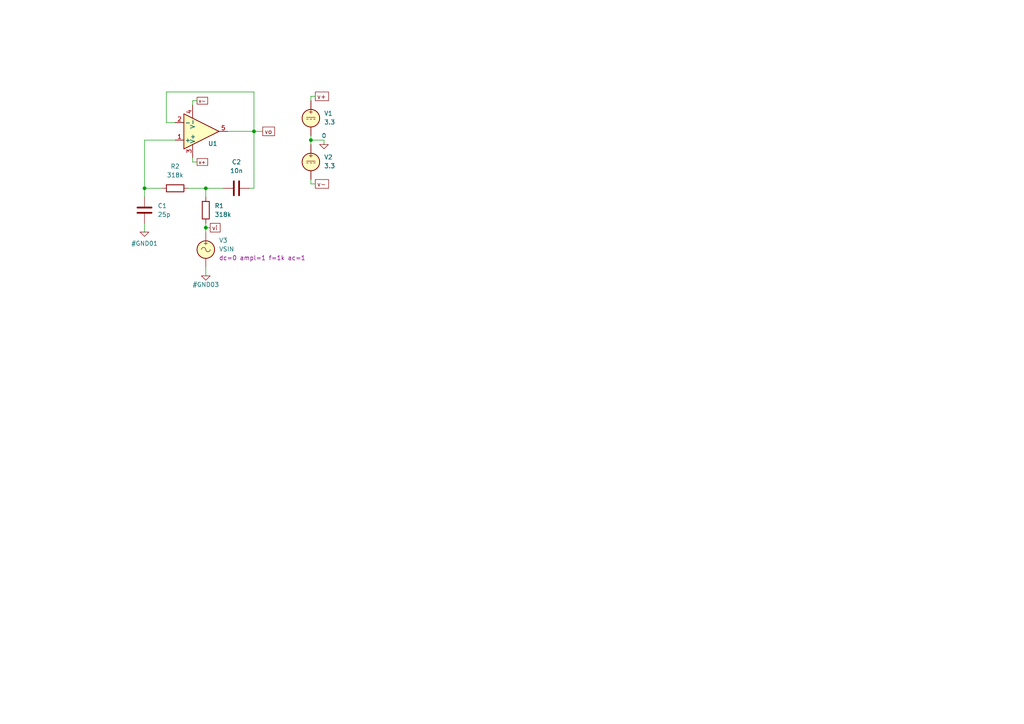
<source format=kicad_sch>
(kicad_sch (version 20250114) (generator "eeschema") (generator_version "9.0")
  (paper "A4")
  (lib_symbols
    (symbol "Device:C" (pin_numbers (hide yes)) (pin_names (offset 0.254))
      (property "Reference" "C" (at 0.635 2.54 0))
      (property "Value" "C" (at 0.635 -2.54 0))
      (symbol "C_0_1"
        (polyline (pts (xy -2.032 0.762) (xy 2.032 0.762)) (stroke (width 0.508)))
        (polyline (pts (xy -2.032 -0.762) (xy 2.032 -0.762)) (stroke (width 0.508)))
      )
      (symbol "C_1_1"
        (pin passive line (at 0 3.81 270) (length 2.794) (name "~") (number "1"))
        (pin passive line (at 0 -3.81 90) (length 2.794) (name "~") (number "2"))
      )
    )
    (symbol "Device:R" (pin_numbers (hide yes)) (pin_names (offset 0))
      (property "Reference" "R" (at 2.032 0 90))
      (property "Value" "R" (at 0 0 90))
      (symbol "R_0_1"
        (rectangle (start -1.016 -2.54) (end 1.016 2.54) (stroke (width 0.254)))
      )
      (symbol "R_1_1"
        (pin passive line (at 0 3.81 270) (length 1.27) (name "~") (number "1"))
        (pin passive line (at 0 -3.81 90) (length 1.27) (name "~") (number "2"))
      )
    )
    (symbol "Simulation_SPICE:0" (power) (pin_numbers (hide yes)) (pin_names (offset 0) (hide yes))
      (property "Value" "0" (at 0 -2.54 0))
      (symbol "0_0_1"
        (polyline (pts (xy -1.27 0) (xy 0 -1.27) (xy 1.27 0) (xy -1.27 0)))
      )
      (symbol "0_1_1"
        (pin power_in line (at 0 0 0) (length 0) (name "~") (number "1"))
      )
    )
    (symbol "Simulation_SPICE:OPAMP" (pin_names (offset 0.254))
      (property "Reference" "U" (at 3.81 3.175 0))
      (property "Value" "${SIM.PARAMS}" (at 3.81 -3.175 0))
      (symbol "OPAMP_0_1"
        (polyline (pts (xy 5.08 0) (xy -5.08 5.08) (xy -5.08 -5.08) (xy 5.08 0)) (stroke (width 0.254)) (fill (type background)))
      )
      (symbol "OPAMP_1_1"
        (pin input line (at -7.62 2.54 0) (length 2.54) (name "+") (number "1"))
        (pin input line (at -7.62 -2.54 0) (length 2.54) (name "-") (number "2"))
        (pin power_in line (at -2.54 7.62 270) (length 3.81) (name "V+") (number "3"))
        (pin power_in line (at -2.54 -7.62 90) (length 3.81) (name "V-") (number "4"))
        (pin output line (at 7.62 0 180) (length 2.54) (name "~") (number "5"))
      )
    )
    (symbol "Simulation_SPICE:VDC" (pin_numbers (hide yes)) (pin_names (offset 0.0254))
      (property "Reference" "V" (at 2.54 2.54 0))
      (property "Value" "1" (at 2.54 0 0))
      (symbol "VDC_0_0"
        (polyline (pts (xy -1.27 0.254) (xy 1.27 0.254)))
        (polyline (pts (xy -0.762 -0.254) (xy -1.27 -0.254)))
        (polyline (pts (xy 0.254 -0.254) (xy -0.254 -0.254)))
        (polyline (pts (xy 1.27 -0.254) (xy 0.762 -0.254)))
        (text "+" (at 0 1.905 0) (effects (font (size 1.27 1.27))))
      )
      (symbol "VDC_0_1"
        (circle (center 0 0) (radius 2.54) (stroke (width 0.254)) (fill (type background)))
      )
      (symbol "VDC_1_1"
        (pin passive line (at 0 5.08 270) (length 2.54) (name "~") (number "1"))
        (pin passive line (at 0 -5.08 90) (length 2.54) (name "~") (number "2"))
      )
    )
    (symbol "Simulation_SPICE:VSIN" (pin_numbers (hide yes)) (pin_names (offset 0.0254))
      (property "Reference" "V" (at 2.54 2.54 0))
      (property "Value" "VSIN" (at 2.54 0 0))
      (property "Sim.Params" "dc=0 ampl=1 f=1k ac=1" (at 2.54 -2.54 0))
      (symbol "VSIN_0_0"
        (arc (start -1.27 0) (mid -0.635 0.6323) (end 0 0))
        (arc (start 1.27 0) (mid 0.635 -0.6323) (end 0 0))
        (text "+" (at 0 1.905 0) (effects (font (size 1.27 1.27))))
      )
      (symbol "VSIN_0_1"
        (circle (center 0 0) (radius 2.54) (stroke (width 0.254)) (fill (type background)))
      )
      (symbol "VSIN_1_1"
        (pin passive line (at 0 5.08 270) (length 2.54) (name "~") (number "1"))
        (pin passive line (at 0 -5.08 90) (length 2.54) (name "~") (number "2"))
      )
    )
  )
  (junction (at 59.69 66.04))
  (junction (at 41.91 54.61))
  (junction (at 59.69 54.61))
  (junction (at 90.17 40.64))
  (junction (at 73.66 38.1))
  (wire (pts (xy 73.66 38.1) (xy 73.66 26.67)))
  (wire (pts (xy 48.26 26.67) (xy 48.26 35.56)))
  (wire (pts (xy 57.15 46.99) (xy 55.88 46.99)))
  (wire (pts (xy 54.61 54.61) (xy 59.69 54.61)))
  (wire (pts (xy 59.69 77.47) (xy 59.69 80.01)))
  (wire (pts (xy 59.69 64.77) (xy 59.69 66.04)))
  (wire (pts (xy 59.69 66.04) (xy 60.96 66.04)))
  (wire (pts (xy 90.17 52.07) (xy 90.17 53.34)))
  (wire (pts (xy 90.17 39.37) (xy 90.17 40.64)))
  (wire (pts (xy 41.91 64.77) (xy 41.91 67.31)))
  (wire (pts (xy 90.17 53.34) (xy 91.44 53.34)))
  (wire (pts (xy 41.91 57.15) (xy 41.91 54.61)))
  (wire (pts (xy 90.17 40.64) (xy 90.17 41.91)))
  (wire (pts (xy 73.66 26.67) (xy 48.26 26.67)))
  (wire (pts (xy 66.04 38.1) (xy 73.66 38.1)))
  (wire (pts (xy 41.91 40.64) (xy 41.91 54.61)))
  (wire (pts (xy 59.69 66.04) (xy 59.69 67.31)))
  (wire (pts (xy 55.88 46.99) (xy 55.88 45.72)))
  (wire (pts (xy 59.69 54.61) (xy 64.77 54.61)))
  (wire (pts (xy 59.69 54.61) (xy 59.69 57.15)))
  (wire (pts (xy 57.15 29.21) (xy 55.88 29.21)))
  (wire (pts (xy 73.66 38.1) (xy 73.66 54.61)))
  (wire (pts (xy 72.39 54.61) (xy 73.66 54.61)))
  (wire (pts (xy 93.98 41.91) (xy 93.98 40.64)))
  (wire (pts (xy 73.66 38.1) (xy 76.2 38.1)))
  (wire (pts (xy 50.8 40.64) (xy 41.91 40.64)))
  (wire (pts (xy 41.91 54.61) (xy 46.99 54.61)))
  (wire (pts (xy 90.17 27.94) (xy 91.44 27.94)))
  (wire (pts (xy 55.88 29.21) (xy 55.88 30.48)))
  (wire (pts (xy 90.17 29.21) (xy 90.17 27.94)))
  (wire (pts (xy 48.26 35.56) (xy 50.8 35.56)))
  (wire (pts (xy 93.98 40.64) (xy 90.17 40.64)))
  (global_label "vi" (shape passive) (at 60.96 66.04 0) (property "Intersheetrefs" "${INTERSHEET_REFS}" (effects (hide yes))))
  (global_label "v-" (shape passive) (at 91.44 53.34 0) (property "Intersheetrefs" "${INTERSHEET_REFS}" (effects (hide yes))))
  (global_label "v+" (shape passive) (at 57.15 46.99 0) (effects (font (size 1.016 1.016))) (property "Intersheetrefs" "${INTERSHEET_REFS}" (effects (hide yes))))
  (global_label "vo" (shape passive) (at 76.2 38.1 0) (property "Intersheetrefs" "${INTERSHEET_REFS}" (effects (hide yes))))
  (global_label "v-" (shape passive) (at 57.15 29.21 0) (effects (font (size 1.016 1.016))) (property "Intersheetrefs" "${INTERSHEET_REFS}" (effects (hide yes))))
  (global_label "v+" (shape passive) (at 91.44 27.94 0) (property "Intersheetrefs" "${INTERSHEET_REFS}" (effects (hide yes))))
  (symbol (lib_id "Simulation_SPICE:VDC") (at 90.17 46.99 0) (unit 1)
    (property "Reference" "V2" (at 93.98 45.5901 0) (effects (justify left)))
    (property "Value" "3.3" (at 93.98 48.1301 0) (effects (justify left)))
    (property "Datasheet" "https://ngspice.sourceforge.io/docs/ngspice-html-manual/manual.xhtml#sec_Independent_Sources_for" (effects (hide yes)))
    (property "Description" "Voltage source, DC" (effects (hide yes)))
    (property "Sim.Pins" "1=+ 2=-" (effects (hide yes)))
    (property "Sim.Type" "DC" (effects (hide yes)))
    (property "Sim.Device" "V" (effects (hide yes)))
  )
  (symbol (lib_id "Simulation_SPICE:VDC") (at 90.17 34.29 0) (unit 1)
    (property "Reference" "V1" (at 93.98 32.8901 0) (effects (justify left)))
    (property "Value" "3.3" (at 93.98 35.4301 0) (effects (justify left)))
    (property "Datasheet" "https://ngspice.sourceforge.io/docs/ngspice-html-manual/manual.xhtml#sec_Independent_Sources_for" (effects (hide yes)))
    (property "Description" "Voltage source, DC" (effects (hide yes)))
    (property "Sim.Pins" "1=+ 2=-" (effects (hide yes)))
    (property "Sim.Type" "DC" (effects (hide yes)))
    (property "Sim.Device" "V" (effects (hide yes)))
  )
  (symbol (lib_id "Device:R") (at 59.69 60.96 0) (unit 1)
    (property "Reference" "R1" (at 62.23 59.6899 0) (effects (justify left)))
    (property "Value" "318k" (at 62.23 62.2299 0) (effects (justify left)))
    (property "Description" "Resistor" (effects (hide yes)))
  )
  (symbol (lib_id "Simulation_SPICE:OPAMP") (at 58.42 38.1 0) (mirror x) (unit 1)
    (property "Reference" "U1" (at 61.722 41.656 0))
    (property "Value" "${SIM.PARAMS}" (at 66.04 41.3451 0))
    (property "Datasheet" "https://ngspice.sourceforge.io/docs/ngspice-html-manual/manual.xhtml#sec__SUBCKT_Subcircuits" (effects (hide yes)))
    (property "Description" "Operational amplifier, single" (effects (hide yes)))
    (property "Sim.Pins" "1=in+ 2=in- 3=vcc 4=vee 5=out" (effects (hide yes)))
    (property "Sim.Device" "SUBCKT" (effects (hide yes)))
    (property "Sim.Library" "${KICAD8_SYMBOL_DIR}/Simulation_SPICE.sp" (effects (hide yes)))
    (property "Sim.Name" "kicad_builtin_opamp" (effects (hide yes)))
  )
  (symbol (lib_id "Simulation_SPICE:0") (at 93.98 41.91 0) (unit 1)
    (property "Reference" "#GND02" (effects (hide yes)))
    (property "Value" "0" (at 93.98 39.37 0))
    (property "Datasheet" "https://ngspice.sourceforge.io/docs/ngspice-html-manual/manual.xhtml#subsec_Circuit_elements__device" (effects (hide yes)))
    (property "Description" "0V reference potential for simulation" (effects (hide yes)))
  )
  (symbol (lib_id "Device:C") (at 41.91 60.96 0) (unit 1)
    (property "Reference" "C1" (at 45.72 59.6899 0) (effects (justify left)))
    (property "Value" "25p" (at 45.72 62.2299 0) (effects (justify left)))
    (property "Description" "Unpolarized capacitor" (effects (hide yes)))
  )
  (symbol (lib_id "Simulation_SPICE:0") (at 41.91 67.31 0) (unit 1)
    (property "Reference" "#GND01" (at 41.91 70.612 0))
    (property "Value" "0" (effects (hide yes)))
    (property "Datasheet" "https://ngspice.sourceforge.io/docs/ngspice-html-manual/manual.xhtml#subsec_Circuit_elements__device" (effects (hide yes)))
    (property "Description" "0V reference potential for simulation" (effects (hide yes)))
  )
  (symbol (lib_id "Device:C") (at 68.58 54.61 90) (unit 1)
    (property "Reference" "C2" (at 68.58 46.99 90))
    (property "Value" "10n" (at 68.58 49.53 90))
    (property "Description" "Unpolarized capacitor" (effects (hide yes)))
  )
  (symbol (lib_id "Simulation_SPICE:VSIN") (at 59.69 72.39 0) (unit 1)
    (property "Reference" "V3" (at 63.5 69.7201 0) (effects (justify left)))
    (property "Value" "VSIN" (at 63.5 72.2601 0) (effects (justify left)))
    (property "Datasheet" "https://ngspice.sourceforge.io/docs/ngspice-html-manual/manual.xhtml#sec_Independent_Sources_for" (effects (hide yes)))
    (property "Description" "Voltage source, sinusoidal" (effects (hide yes)))
    (property "Sim.Pins" "1=+ 2=-" (effects (hide yes)))
    (property "Sim.Params" "dc=0 ampl=1 f=1k ac=1" (at 63.5 74.8001 0) (effects (justify left)))
    (property "Sim.Type" "SIN" (effects (hide yes)))
    (property "Sim.Device" "V" (effects (hide yes)))
  )
  (symbol (lib_id "Device:R") (at 50.8 54.61 90) (unit 1)
    (property "Reference" "R2" (at 50.8 48.26 90))
    (property "Value" "318k" (at 50.8 50.8 90))
    (property "Description" "Resistor" (effects (hide yes)))
  )
  (symbol (lib_id "Simulation_SPICE:0") (at 59.69 80.01 0) (unit 1)
    (property "Reference" "#GND03" (at 59.69 82.55 0))
    (property "Value" "0" (effects (hide yes)))
    (property "Datasheet" "https://ngspice.sourceforge.io/docs/ngspice-html-manual/manual.xhtml#subsec_Circuit_elements__device" (effects (hide yes)))
    (property "Description" "0V reference potential for simulation" (effects (hide yes)))
  )
)
</source>
